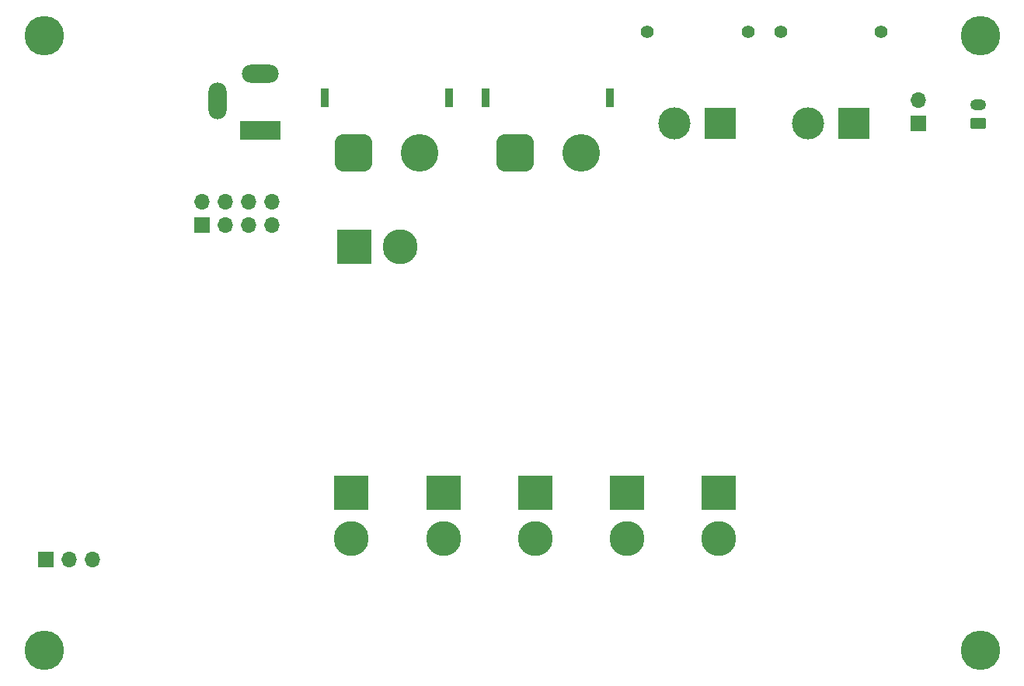
<source format=gbs>
%TF.GenerationSoftware,KiCad,Pcbnew,8.0.5+1*%
%TF.CreationDate,2024-10-17T13:46:47-04:00*%
%TF.ProjectId,mainBoard,6d61696e-426f-4617-9264-2e6b69636164,rev?*%
%TF.SameCoordinates,Original*%
%TF.FileFunction,Soldermask,Bot*%
%TF.FilePolarity,Negative*%
%FSLAX46Y46*%
G04 Gerber Fmt 4.6, Leading zero omitted, Abs format (unit mm)*
G04 Created by KiCad (PCBNEW 8.0.5+1) date 2024-10-17 13:46:47*
%MOMM*%
%LPD*%
G01*
G04 APERTURE LIST*
G04 Aperture macros list*
%AMRoundRect*
0 Rectangle with rounded corners*
0 $1 Rounding radius*
0 $2 $3 $4 $5 $6 $7 $8 $9 X,Y pos of 4 corners*
0 Add a 4 corners polygon primitive as box body*
4,1,4,$2,$3,$4,$5,$6,$7,$8,$9,$2,$3,0*
0 Add four circle primitives for the rounded corners*
1,1,$1+$1,$2,$3*
1,1,$1+$1,$4,$5*
1,1,$1+$1,$6,$7*
1,1,$1+$1,$8,$9*
0 Add four rect primitives between the rounded corners*
20,1,$1+$1,$2,$3,$4,$5,0*
20,1,$1+$1,$4,$5,$6,$7,0*
20,1,$1+$1,$6,$7,$8,$9,0*
20,1,$1+$1,$8,$9,$2,$3,0*%
G04 Aperture macros list end*
%ADD10C,4.300000*%
%ADD11R,4.500000X2.000000*%
%ADD12O,4.000000X2.000000*%
%ADD13O,2.000000X4.000000*%
%ADD14RoundRect,0.250000X0.625000X-0.350000X0.625000X0.350000X-0.625000X0.350000X-0.625000X-0.350000X0*%
%ADD15O,1.750000X1.200000*%
%ADD16R,0.900000X2.000000*%
%ADD17RoundRect,1.025000X-1.025000X-1.025000X1.025000X-1.025000X1.025000X1.025000X-1.025000X1.025000X0*%
%ADD18C,4.100000*%
%ADD19C,1.400000*%
%ADD20R,3.500000X3.500000*%
%ADD21C,3.500000*%
%ADD22R,3.800000X3.800000*%
%ADD23C,3.800000*%
%ADD24R,1.700000X1.700000*%
%ADD25O,1.700000X1.700000*%
G04 APERTURE END LIST*
D10*
%TO.C,H4*%
X121500000Y-90800000D03*
%TD*%
D11*
%TO.C,J5*%
X43075000Y-34095000D03*
D12*
X43075000Y-27895000D03*
D13*
X38375000Y-30895000D03*
%TD*%
D14*
%TO.C,J21*%
X121246571Y-33355001D03*
D15*
X121246571Y-31355001D03*
%TD*%
D16*
%TO.C,J2*%
X67645000Y-30575000D03*
X81145000Y-30575000D03*
D17*
X70795000Y-36575000D03*
D18*
X77995000Y-36575000D03*
%TD*%
D19*
%TO.C,J4*%
X85195000Y-23375000D03*
X96195000Y-23375000D03*
D20*
X93195000Y-33375000D03*
D21*
X88195000Y-33375000D03*
%TD*%
D10*
%TO.C,H3*%
X19500000Y-90800000D03*
%TD*%
D19*
%TO.C,J3*%
X99745000Y-23375000D03*
X110745000Y-23375000D03*
D20*
X107745000Y-33375000D03*
D21*
X102745000Y-33375000D03*
%TD*%
D10*
%TO.C,H1*%
X19500000Y-23800000D03*
%TD*%
D22*
%TO.C,J11*%
X93000000Y-73650000D03*
D23*
X93000000Y-78650000D03*
%TD*%
D24*
%TO.C,J22*%
X114775000Y-33375000D03*
D25*
X114775000Y-30835000D03*
%TD*%
D22*
%TO.C,J7*%
X53000000Y-73650000D03*
D23*
X53000000Y-78650000D03*
%TD*%
D24*
%TO.C,J23*%
X36725000Y-44475000D03*
D25*
X36725000Y-41935000D03*
X39265000Y-44475000D03*
X39265000Y-41935000D03*
X41805000Y-44475000D03*
X41805000Y-41935000D03*
X44345000Y-44475000D03*
X44345000Y-41935000D03*
%TD*%
D22*
%TO.C,J6*%
X53266571Y-46775001D03*
D23*
X58266571Y-46775001D03*
%TD*%
D24*
%TO.C,J12*%
X19646571Y-80925001D03*
D25*
X22186571Y-80925001D03*
X24726571Y-80925001D03*
%TD*%
D22*
%TO.C,J9*%
X73000000Y-73650000D03*
D23*
X73000000Y-78650000D03*
%TD*%
D10*
%TO.C,H2*%
X121500000Y-23800000D03*
%TD*%
D22*
%TO.C,J10*%
X83000000Y-73650000D03*
D23*
X83000000Y-78650000D03*
%TD*%
D22*
%TO.C,J8*%
X63000000Y-73650000D03*
D23*
X63000000Y-78650000D03*
%TD*%
D16*
%TO.C,J1*%
X50095000Y-30575000D03*
X63595000Y-30575000D03*
D17*
X53245000Y-36575000D03*
D18*
X60445000Y-36575000D03*
%TD*%
M02*

</source>
